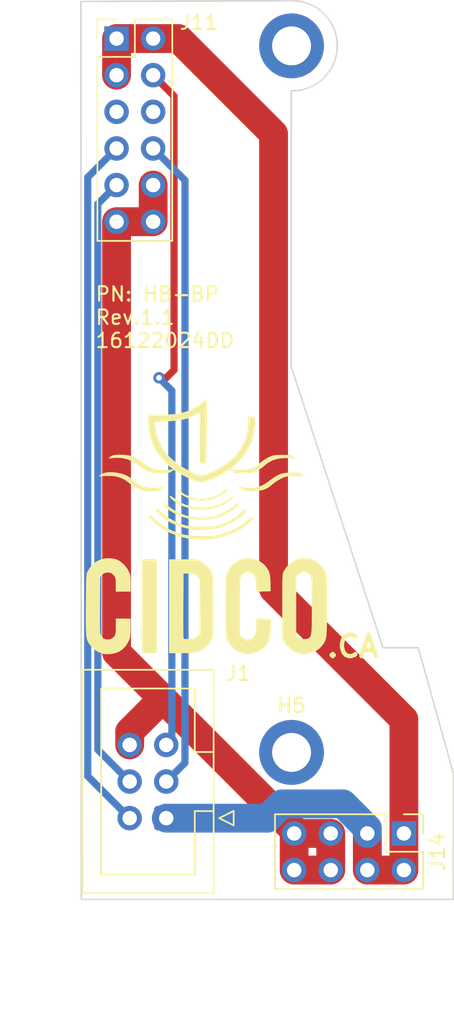
<source format=kicad_pcb>
(kicad_pcb (version 20240108) (generator "pcbnew") (generator_version "8.0")
  (layers (0 "F.Cu" signal) (31 "B.Cu" signal) (34 "B.Paste" user) (35 "F.Paste" user) (36 "B.SilkS" user "B.Silkscreen") (37 "F.SilkS" user "F.Silkscreen") (38 "B.Mask" user) (39 "F.Mask" user) (44 "Edge.Cuts" user))
  (net 0 "")
  (net 1 "GND")
  (net 4 "Green")
  (net 5 "Red")
  (net 6 "Blue")
  (net 7 "Signal")
  (net 8 "VCC")
  (footprint "cidco:logo cidco" (layer "F.Cu") (at 110.5 76.5)
    (property "Reference" "logo1" (hide yes))
    (property "Value" "LOGO" (hide yes))
    (fp_poly (pts (xy -3.6576 9.0932) (xy -4.6736 9.0932) (xy -4.6736 2.5908) (xy -3.6576 2.5908) (xy -3.6576 9.0932)) (stroke (width 0.01)) (fill solid) (layer "F.SilkS"))
    (fp_poly (pts (xy -2.589766 -1.743636) (xy -2.520202 -1.688133) (xy -2.131138 -1.411259) (xy -1.684284 -1.203647) (xy -1.197743 -1.067014) (xy -0.68962 -1.003073) (xy -0.178017 -1.013542) (xy 0.318962 -1.100134) (xy 0.783212 -1.264565) (xy 0.9652 -1.357884) (xy 1.149694 -1.473243) (xy 1.342833 -1.609605) (xy 1.406314 -1.658851) (xy 1.554696 -1.76072) (xy 1.64262 -1.788508) (xy 1.665176 -1.753201) (xy 1.617456 -1.665787) (xy 1.494553 -1.537253) (xy 1.470197 -1.515853) (xy 1.101817 -1.259726) (xy 0.66655 -1.059845) (xy 0.185582 -0.921803) (xy -0.319901 -0.851189) (xy -0.828716 -0.853594) (xy -0.979267 -0.869445) (xy -1.384167 -0.9503) (xy -1.78443 -1.081527) (xy -2.154472 -1.251757) (xy -2.468706 -1.449622) (xy -2.658466 -1.615673) (xy -2.74559 -1.730294) (xy -2.754244 -1.794511) (xy -2.697834 -1.8013) (xy -2.589766 -1.743636)) (stroke (width 0.01)) (fill solid) (layer "F.SilkS"))
    (fp_poly (pts (xy -2.163994 -2.23595) (xy -2.044681 -2.152171) (xy -1.689551 -1.904869) (xy -1.337331 -1.736325) (xy -0.952251 -1.631352) (xy -0.740935 -1.598544) (xy -0.367415 -1.595138) (xy 0.032269 -1.666059) (xy 0.426854 -1.801823) (xy 0.785076 -1.992945) (xy 0.945565 -2.110206) (xy 1.074396 -2.202976) (xy 1.164947 -2.243191) (xy 1.193412 -2.235827) (xy 1.209236 -2.185588) (xy 1.183447 -2.130208) (xy 1.103001 -2.056003) (xy 0.954851 -1.949289) (xy 0.857834 -1.88382) (xy 0.431789 -1.653982) (xy -0.019116 -1.519958) (xy -0.507222 -1.478131) (xy -0.526052 -1.478303) (xy -0.750503 -1.486483) (xy -0.961483 -1.503372) (xy -1.117802 -1.525539) (xy -1.132918 -1.528853) (xy -1.442722 -1.633623) (xy -1.762276 -1.794939) (xy -2.041939 -1.986915) (xy -2.090411 -2.028217) (xy -2.216299 -2.155852) (xy -2.268078 -2.239652) (xy -2.249419 -2.269668) (xy -2.163994 -2.23595)) (stroke (width 0.01)) (fill solid) (layer "F.SilkS"))
    (fp_poly (pts (xy -3.077662 -1.288242) (xy -2.965636 -1.20308) (xy -2.836699 -1.089538) (xy -2.590548 -0.899375) (xy -2.275737 -0.715421) (xy -1.924751 -0.553466) (xy -1.570075 -0.429301) (xy -1.380979 -0.381958) (xy -0.936998 -0.320908) (xy -0.461453 -0.30907) (xy 0.001775 -0.345814) (xy 0.321066 -0.406464) (xy 0.670861 -0.518399) (xy 1.030527 -0.674742) (xy 1.36681 -0.858611) (xy 1.646455 -1.053128) (xy 1.72092 -1.117033) (xy 1.875331 -1.250117) (xy 1.97231 -1.310614) (xy 2.02121 -1.302501) (xy 2.032 -1.249308) (xy 1.990699 -1.163107) (xy 1.879057 -1.04233) (xy 1.715461 -0.901893) (xy 1.5183 -0.756714) (xy 1.30596 -0.62171) (xy 1.160861 -0.542614) (xy 0.713353 -0.350764) (xy 0.258633 -0.22723) (xy -0.233488 -0.165389) (xy -0.605027 -0.155198) (xy -1.018403 -0.169712) (xy -1.360176 -0.210798) (xy -1.567607 -0.255901) (xy -1.985403 -0.392332) (xy -2.384625 -0.573037) (xy -2.734755 -0.782732) (xy -2.939152 -0.942931) (xy -3.095419 -1.09822) (xy -3.183342 -1.21868) (xy -3.198296 -1.295701) (xy -3.142169 -1.3208) (xy -3.077662 -1.288242)) (stroke (width 0.01)) (fill solid) (layer "F.SilkS"))
    (fp_poly (pts (xy -6.508434 -3.426224) (xy -6.188231 -3.36781) (xy -5.889063 -3.276449) (xy -5.633397 -3.15446) (xy -5.518149 -3.074081) (xy -5.211167 -2.830305) (xy -4.957335 -2.648413) (xy -4.736719 -2.519713) (xy -4.529383 -2.43551) (xy -4.315393 -2.387112) (xy -4.074816 -2.365825) (xy -3.8862 -2.3624) (xy -3.662997 -2.366606) (xy -3.463592 -2.377995) (xy -3.320864 -2.394424) (xy -3.2893 -2.401268) (xy -3.180792 -2.414542) (xy -3.15367 -2.379354) (xy -3.208124 -2.308313) (xy -3.287018 -2.249103) (xy -3.425768 -2.196273) (xy -3.637849 -2.160064) (xy -3.89629 -2.140902) (xy -4.174121 -2.139216) (xy -4.44437 -2.155432) (xy -4.680068 -2.189978) (xy -4.809212 -2.224993) (xy -4.990343 -2.307688) (xy -5.198276 -2.429162) (xy -5.361628 -2.54351) (xy -5.595103 -2.723001) (xy -5.77101 -2.851619) (xy -5.910811 -2.942337) (xy -6.035971 -3.008128) (xy -6.167955 -3.061966) (xy -6.288334 -3.103637) (xy -6.464451 -3.155404) (xy -6.631996 -3.185431) (xy -6.824934 -3.197206) (xy -7.07723 -3.194222) (xy -7.146526 -3.191841) (xy -7.68029 -3.172083) (xy -7.550203 -3.283979) (xy -7.370554 -3.380567) (xy -7.122064 -3.434923) (xy -6.827201 -3.449369) (xy -6.508434 -3.426224)) (stroke (width 0.01)) (fill solid) (layer "F.SilkS"))
    (fp_poly (pts (xy 5.992108 -3.423459) (xy 6.21543 -3.398371) (xy 6.368557 -3.354356) (xy 6.371648 -3.3528) (xy 6.484935 -3.28702) (xy 6.526114 -3.239024) (xy 6.489021 -3.206328) (xy 6.367493 -3.186444) (xy 6.155368 -3.176887) (xy 5.930846 -3.175) (xy 5.66454 -3.173564) (xy 5.473179 -3.16629) (xy 5.330114 -3.14873) (xy 5.208699 -3.116437) (xy 5.082288 -3.064962) (xy 4.9784 -3.016023) (xy 4.756731 -2.892326) (xy 4.522649 -2.735679) (xy 4.368919 -2.615125) (xy 4.139972 -2.431407) (xy 3.930733 -2.303806) (xy 3.712205 -2.221963) (xy 3.455393 -2.175522) (xy 3.131301 -2.154128) (xy 3.0734 -2.152393) (xy 2.828145 -2.150575) (xy 2.605481 -2.157366) (xy 2.434262 -2.171427) (xy 2.358068 -2.185596) (xy 2.212216 -2.256166) (xy 2.104068 -2.344008) (xy 2.03978 -2.421117) (xy 2.049719 -2.439905) (xy 2.1336 -2.420079) (xy 2.429619 -2.36757) (xy 2.769116 -2.3497) (xy 3.09948 -2.368107) (xy 3.218941 -2.386306) (xy 3.419301 -2.435569) (xy 3.614139 -2.511362) (xy 3.823233 -2.624408) (xy 4.066361 -2.785427) (xy 4.363301 -3.005139) (xy 4.369969 -3.01024) (xy 4.585562 -3.155347) (xy 4.81363 -3.277156) (xy 4.971749 -3.339859) (xy 5.188412 -3.38782) (xy 5.449855 -3.417918) (xy 5.727335 -3.429886) (xy 5.992108 -3.423459)) (stroke (width 0.01)) (fill solid) (layer "F.SilkS"))
    (fp_poly (pts (xy -4.071452 -0.445199) (xy -3.983168 -0.385336) (xy -3.847518 -0.268458) (xy -3.734498 -0.164655) (xy -3.350045 0.159658) (xy -2.960493 0.415117) (xy -2.524933 0.627949) (xy -2.448863 0.659545) (xy -2.104749 0.787467) (xy -1.778372 0.879531) (xy -1.442291 0.940294) (xy -1.069066 0.974312) (xy -0.631257 0.986141) (xy -0.4826 0.98604) (xy -0.151522 0.982107) (xy 0.104793 0.972675) (xy 0.313145 0.954949) (xy 0.500336 0.926133) (xy 0.693166 0.883431) (xy 0.823466 0.849782) (xy 1.349212 0.674218) (xy 1.847456 0.44009) (xy 2.292617 0.160951) (xy 2.598722 -0.090726) (xy 2.792186 -0.261862) (xy 2.928205 -0.354486) (xy 3.011365 -0.37055) (xy 3.046255 -0.312005) (xy 3.048 -0.281874) (xy 3.009397 -0.206625) (xy 2.905545 -0.088876) (xy 2.754375 0.055534) (xy 2.573817 0.210768) (xy 2.381803 0.360985) (xy 2.196265 0.490348) (xy 2.121643 0.536378) (xy 1.555472 0.814206) (xy 0.932898 1.023191) (xy 0.275156 1.160023) (xy -0.396517 1.221394) (xy -1.060886 1.203994) (xy -1.6256 1.120265) (xy -2.292684 0.935614) (xy -2.898365 0.679579) (xy -3.436084 0.355459) (xy -3.877894 -0.012421) (xy -4.041423 -0.176097) (xy -4.139165 -0.287384) (xy -4.181415 -0.361232) (xy -4.178467 -0.412587) (xy -4.166203 -0.431075) (xy -4.127441 -0.457345) (xy -4.071452 -0.445199)) (stroke (width 0.01)) (fill solid) (layer "F.SilkS"))
    (fp_poly (pts (xy -3.623706 -0.89718) (xy -3.507933 -0.819976) (xy -3.334406 -0.670537) (xy -3.269024 -0.610077) (xy -2.917166 -0.330415) (xy -2.495575 -0.089634) (xy -2.475151 -0.079718) (xy -2.16444 0.064065) (xy -1.896482 0.17021) (xy -1.645229 0.244094) (xy -1.384632 0.29109) (xy -1.088643 0.316574) (xy -0.731215 0.325919) (xy -0.508 0.326167) (xy -0.192649 0.323929) (xy 0.044579 0.318292) (xy 0.227159 0.306296) (xy 0.378564 0.284982) (xy 0.522271 0.251391) (xy 0.681755 0.202563) (xy 0.80787 0.160276) (xy 1.320268 -0.046983) (xy 1.761137 -0.300235) (xy 2.155614 -0.614204) (xy 2.198342 -0.65411) (xy 2.361133 -0.799833) (xy 2.46958 -0.874522) (xy 2.534529 -0.885068) (xy 2.547779 -0.876141) (xy 2.560354 -0.798318) (xy 2.496725 -0.681845) (xy 2.369296 -0.53778) (xy 2.190474 -0.377179) (xy 1.972665 -0.211098) (xy 1.728275 -0.050596) (xy 1.469709 0.093273) (xy 1.4478 0.104219) (xy 1.013271 0.292918) (xy 0.5799 0.422628) (xy 0.115626 0.500794) (xy -0.4064 0.534723) (xy -0.661941 0.539275) (xy -0.890431 0.539475) (xy -1.067182 0.535555) (xy -1.167505 0.527747) (xy -1.1684 0.527583) (xy -1.694511 0.414008) (xy -2.140308 0.282256) (xy -2.526513 0.12484) (xy -2.873847 -0.065727) (xy -2.954569 -0.117787) (xy -3.131093 -0.246507) (xy -3.311271 -0.397024) (xy -3.476861 -0.551639) (xy -3.609623 -0.692651) (xy -3.691317 -0.802362) (xy -3.7084 -0.849259) (xy -3.688327 -0.905743) (xy -3.623706 -0.89718)) (stroke (width 0.01)) (fill solid) (layer "F.SilkS"))
    (fp_poly (pts (xy -0.545585 2.754342) (xy -0.262685 2.948152) (xy -0.018649 3.197519) (xy 0.161009 3.474175) (xy 0.211721 3.593374) (xy 0.229717 3.668032) (xy 0.244485 3.786284) (xy 0.256277 3.956491) (xy 0.265345 4.187012) (xy 0.271938 4.486205) (xy 0.276311 4.862429) (xy 0.278713 5.324045) (xy 0.2794 5.842) (xy 0.2794 7.8994) (xy 0.139081 8.185126) (xy 0.019982 8.381955) (xy -0.137818 8.585658) (xy -0.248347 8.701996) (xy -0.396245 8.828706) (xy -0.54511 8.925331) (xy -0.711491 8.995756) (xy -0.911936 9.043868) (xy -1.162991 9.073553) (xy -1.481206 9.088696) (xy -1.883128 9.093184) (xy -1.914221 9.0932) (xy -2.794 9.0932) (xy -2.794 6.692699) (xy -1.819742 6.692699) (xy -1.819397 7.087277) (xy -1.817877 7.430081) (xy -1.815245 7.710366) (xy -1.811561 7.917386) (xy -1.80689 8.040397) (xy -1.803429 8.070025) (xy -1.761344 8.106408) (xy -1.659379 8.123521) (xy -1.4802 8.123486) (xy -1.396464 8.119838) (xy -1.194874 8.105992) (xy -1.062538 8.082117) (xy -0.96711 8.037291) (xy -0.876249 7.960591) (xy -0.85089 7.935587) (xy -0.6858 7.770551) (xy -0.671342 5.901996) (xy -0.656884 4.033442) (xy -0.7748 3.858221) (xy -0.947702 3.690389) (xy -1.190809 3.591573) (xy -1.497532 3.564258) (xy -1.547648 3.566424) (xy -1.8034 3.5814) (xy -1.816655 5.7912) (xy -1.818849 6.257091) (xy -1.819742 6.692699) (xy -2.794 6.692699) (xy -2.794 2.5908) (xy -0.852422 2.5908) (xy -0.545585 2.754342)) (stroke (width 0.01)) (fill solid) (layer "F.SilkS"))
    (fp_poly (pts (xy 3.114694 2.565734) (xy 3.458793 2.706545) (xy 3.7595 2.926293) (xy 3.836579 3.005194) (xy 4.004168 3.212971) (xy 4.11969 3.418833) (xy 4.191659 3.648947) (xy 4.228588 3.929482) (xy 4.238876 4.2418) (xy 4.2418 4.8006) (xy 3.752636 4.815065) (xy 3.263473 4.829531) (xy 3.242315 4.345782) (xy 3.218251 4.047518) (xy 3.170389 3.832229) (xy 3.089887 3.682392) (xy 2.967897 3.580489) (xy 2.824574 3.518335) (xy 2.600056 3.492415) (xy 2.391145 3.559343) (xy 2.22155 3.710688) (xy 2.201051 3.740022) (xy 2.177393 3.782197) (xy 2.158111 3.836097) (xy 2.142762 3.911805) (xy 2.130902 4.019403) (xy 2.12209 4.168974) (xy 2.115879 4.3706) (xy 2.111829 4.634363) (xy 2.109495 4.970346) (xy 2.108433 5.38863) (xy 2.1082 5.851488) (xy 2.1082 7.821246) (xy 2.274276 7.987323) (xy 2.404996 8.097637) (xy 2.534197 8.145208) (xy 2.663884 8.1534) (xy 2.874607 8.122318) (xy 3.034634 8.024616) (xy 3.14778 7.853607) (xy 3.217861 7.602608) (xy 3.248692 7.264931) (xy 3.250916 7.1247) (xy 3.2512 6.7056) (xy 4.280685 6.7056) (xy 4.256436 7.3533) (xy 4.231677 7.738332) (xy 4.185139 8.042832) (xy 4.109915 8.286775) (xy 3.999098 8.490133) (xy 3.845781 8.672881) (xy 3.777306 8.738899) (xy 3.455339 8.969779) (xy 3.090799 9.116592) (xy 2.703569 9.173741) (xy 2.344255 9.142291) (xy 2.006401 9.022908) (xy 1.6976 8.817589) (xy 1.435976 8.541408) (xy 1.249967 8.23218) (xy 1.223929 8.172608) (xy 1.202496 8.110368) (xy 1.185222 8.035463) (xy 1.171657 7.937891) (xy 1.161355 7.807654) (xy 1.153868 7.634751) (xy 1.148749 7.409184) (xy 1.145551 7.120952) (xy 1.143825 6.760055) (xy 1.143124 6.316495) (xy 1.143 5.842) (xy 1.143152 5.316342) (xy 1.143911 4.882272) (xy 1.145732 4.529778) (xy 1.149069 4.248848) (xy 1.154375 4.029469) (xy 1.162105 3.861629) (xy 1.172712 3.735316) (xy 1.186652 3.640519) (xy 1.204378 3.567224) (xy 1.226344 3.50542) (xy 1.251576 3.448181) (xy 1.459462 3.113923) (xy 1.74112 2.834454) (xy 2.023844 2.655812) (xy 2.377039 2.536478) (xy 2.747383 2.507748) (xy 3.114694 2.565734)) (stroke (width 0.01)) (fill solid) (layer "F.SilkS"))
    (fp_poly (pts (xy -6.82227 2.526856) (xy -6.62014 2.552596) (xy -6.488975 2.583703) (xy -6.200961 2.730773) (xy -5.934263 2.954901) (xy -5.715512 3.231683) (xy -5.644378 3.357686) (xy -5.575097 3.502796) (xy -5.52969 3.625248) (xy -5.503145 3.753348) (xy -5.490449 3.915404) (xy -5.486592 4.139721) (xy -5.4864 4.249913) (xy -5.4864 4.826) (xy -6.5024 4.826) (xy -6.5024 4.345167) (xy -6.50404 4.118928) (xy -6.5132 3.967633) (xy -6.536244 3.864631) (xy -6.579533 3.783274) (xy -6.649429 3.69691) (xy -6.660063 3.684767) (xy -6.774106 3.5709) (xy -6.882431 3.518683) (xy -7.035505 3.505284) (xy -7.056959 3.5052) (xy -7.224569 3.517678) (xy -7.342687 3.568599) (xy -7.445396 3.660884) (xy -7.5946 3.816569) (xy -7.608078 5.781784) (xy -7.611298 6.281632) (xy -7.613151 6.69012) (xy -7.61322 7.017484) (xy -7.611091 7.273961) (xy -7.606346 7.469786) (xy -7.59857 7.615195) (xy -7.587347 7.720424) (xy -7.57226 7.795709) (xy -7.552894 7.851286) (xy -7.528833 7.897392) (xy -7.521608 7.909332) (xy -7.371361 8.06713) (xy -7.178421 8.148592) (xy -6.967982 8.152977) (xy -6.765238 8.079539) (xy -6.602279 7.936472) (xy -6.556841 7.86481) (xy -6.527415 7.773681) (xy -6.510738 7.640892) (xy -6.503543 7.444248) (xy -6.5024 7.257549) (xy -6.5024 6.7056) (xy -5.4864 6.7056) (xy -5.486897 7.3533) (xy -5.489134 7.633197) (xy -5.497507 7.835909) (xy -5.515255 7.98581) (xy -5.545618 8.107275) (xy -5.591838 8.224675) (xy -5.607215 8.258322) (xy -5.804118 8.59103) (xy -6.051737 8.843055) (xy -6.310278 9.003309) (xy -6.594075 9.106311) (xy -6.909334 9.163088) (xy -7.213165 9.168073) (xy -7.37949 9.142094) (xy -7.725987 9.012338) (xy -8.029496 8.801321) (xy -8.189181 8.641975) (xy -8.281505 8.53704) (xy -8.358447 8.439028) (xy -8.421335 8.33793) (xy -8.471496 8.223737) (xy -8.510258 8.086438) (xy -8.53895 7.916026) (xy -8.558897 7.70249) (xy -8.571429 7.435821) (xy -8.577873 7.106011) (xy -8.579556 6.703049) (xy -8.577805 6.216927) (xy -8.574646 5.73591) (xy -8.570845 5.217905) (xy -8.567077 4.791361) (xy -8.562787 4.446142) (xy -8.557421 4.172111) (xy -8.550424 3.959132) (xy -8.541241 3.797067) (xy -8.529318 3.675781) (xy -8.514101 3.585136) (xy -8.495034 3.514995) (xy -8.471563 3.455223) (xy -8.447048 3.4036) (xy -8.229272 3.069449) (xy -7.946739 2.807023) (xy -7.612041 2.624233) (xy -7.237769 2.528994) (xy -7.0358 2.516682) (xy -6.82227 2.526856)) (stroke (width 0.01)) (fill solid) (layer "F.SilkS"))
    (fp_poly (pts (xy 6.836893 2.520919) (xy 7.005153 2.540397) (xy 7.145475 2.58165) (xy 7.293023 2.651066) (xy 7.591002 2.857483) (xy 7.851442 3.133464) (xy 8.044396 3.447258) (xy 8.044823 3.448181) (xy 8.071533 3.509062) (xy 8.093463 3.571928) (xy 8.111083 3.646938) (xy 8.124865 3.744251) (xy 8.135279 3.874023) (xy 8.142795 4.046415) (xy 8.147886 4.271583) (xy 8.15102 4.559687) (xy 8.15267 4.920884) (xy 8.153305 5.365332) (xy 8.1534 5.7912) (xy 8.153136 6.334825) (xy 8.151662 6.787158) (xy 8.147949 7.158508) (xy 8.140973 7.459182) (xy 8.129706 7.699489) (xy 8.113122 7.889736) (xy 8.090195 8.040231) (xy 8.059897 8.161284) (xy 8.021203 8.2632) (xy 7.973086 8.35629) (xy 7.91452 8.45086) (xy 7.883903 8.497522) (xy 7.653471 8.758885) (xy 7.356013 8.963541) (xy 7.014232 9.102441) (xy 6.650831 9.166535) (xy 6.288512 9.146777) (xy 6.265862 9.142439) (xy 5.911863 9.02098) (xy 5.594074 8.810829) (xy 5.325415 8.52219) (xy 5.174286 8.2804) (xy 5.0546 8.0518) (xy 5.0546 5.842) (xy 5.054882 5.305531) (xy 5.055974 4.861004) (xy 5.05824 4.49876) (xy 5.062046 4.209144) (xy 5.067759 3.982497) (xy 5.075327 3.818185) (xy 6.0198 3.818185) (xy 6.0198 7.831534) (xy 6.185701 7.979767) (xy 6.376529 8.091725) (xy 6.597654 8.133259) (xy 6.809957 8.098809) (xy 6.860813 8.075694) (xy 6.921915 8.039243) (xy 6.972225 7.995066) (xy 7.012788 7.933598) (xy 7.044652 7.845276) (xy 7.068863 7.720537) (xy 7.086466 7.549817) (xy 7.098508 7.323553) (xy 7.106035 7.03218) (xy 7.110094 6.666135) (xy 7.111731 6.215854) (xy 7.112 5.779626) (xy 7.111909 5.261409) (xy 7.110696 4.835128) (xy 7.106942 4.491122) (xy 7.099234 4.219727) (xy 7.086155 4.011281) (xy 7.066289 3.85612) (xy 7.038222 3.744582) (xy 7.000537 3.667005) (xy 6.951819 3.613724) (xy 6.890651 3.575078) (xy 6.81562 3.541404) (xy 6.782044 3.527428) (xy 6.566845 3.489239) (xy 6.348471 3.540575) (xy 6.155237 3.674365) (xy 6.143027 3.687015) (xy 6.0198 3.818185) (xy 5.075327 3.818185) (xy 5.075743 3.809161) (xy 5.086364 3.679479) (xy 5.099989 3.583794) (xy 5.116982 3.512448) (xy 5.137709 3.455784) (xy 5.145614 3.438271) (xy 5.297589 3.195197) (xy 5.513241 2.953715) (xy 5.759791 2.747338) (xy 5.91616 2.650466) (xy 6.064595 2.580814) (xy 6.205081 2.539964) (xy 6.374251 2.520754) (xy 6.604 2.516025) (xy 6.836893 2.520919)) (stroke (width 0.01)) (fill solid) (layer "F.SilkS"))
    (fp_poly (pts (xy -0.198914 -8.434948) (xy -0.194779 -8.29734) (xy -0.191849 -8.083465) (xy -0.190049 -7.805984) (xy -0.189309 -7.477561) (xy -0.189554 -7.110856) (xy -0.190711 -6.718531) (xy -0.192709 -6.313249) (xy -0.195474 -5.907672) (xy -0.198933 -5.514461) (xy -0.203014 -5.146279) (xy -0.207643 -4.815787) (xy -0.212749 -4.535647) (xy -0.218257 -4.318521) (xy -0.224095 -4.177072) (xy -0.229396 -4.125396) (xy -0.296806 -4.080731) (xy -0.4469 -4.071311) (xy -0.456414 -4.071828) (xy -0.6604 -4.083864) (xy -0.6604 -5.826532) (xy -0.660933 -6.235836) (xy -0.662447 -6.610951) (xy -0.664816 -6.940263) (xy -0.667912 -7.212162) (xy -0.67161 -7.415036) (xy -0.675783 -7.537272) (xy -0.679402 -7.5692) (xy -0.730744 -7.546567) (xy -0.841153 -7.488703) (xy -0.923262 -7.443525) (xy -1.228585 -7.291621) (xy -1.546453 -7.174639) (xy -1.896904 -7.088046) (xy -2.299975 -7.027313) (xy -2.775704 -6.987906) (xy -2.9845 -6.977372) (xy -3.7592 -6.943853) (xy -3.7592 -6.683) (xy -3.723333 -6.327275) (xy -3.622465 -5.931759) (xy -3.466697 -5.525086) (xy -3.266131 -5.135892) (xy -3.148301 -4.951112) (xy -2.850863 -4.587452) (xy -2.471433 -4.232797) (xy -2.029464 -3.901734) (xy -1.54441 -3.608853) (xy -1.040905 -3.370847) (xy -0.845418 -3.293837) (xy -0.68842 -3.245457) (xy -0.54838 -3.228269) (xy -0.403768 -3.244836) (xy -0.233054 -3.29772) (xy -0.014706 -3.389483) (xy 0.272806 -3.522688) (xy 0.285628 -3.528716) (xy 0.899269 -3.861645) (xy 1.425282 -4.241586) (xy 1.862597 -4.667193) (xy 2.21014 -5.137123) (xy 2.466838 -5.650028) (xy 2.631619 -6.204564) (xy 2.683783 -6.536738) (xy 2.702191 -6.757296) (xy 2.709745 -6.965399) (xy 2.705 -7.11872) (xy 2.704 -7.127725) (xy 2.680578 -7.32125) (xy 3.175 -7.2898) (xy 3.167267 -6.844709) (xy 3.107299 -6.221485) (xy 2.951202 -5.627664) (xy 2.701534 -5.068491) (xy 2.360853 -4.549209) (xy 1.931717 -4.075062) (xy 1.72711 -3.891814) (xy 1.602657 -3.782588) (xy 1.519809 -3.701484) (xy 1.496949 -3.667718) (xy 1.573264 -3.639537) (xy 1.722686 -3.616717) (xy 1.916785 -3.600983) (xy 2.127133 -3.594061) (xy 2.325303 -3.597677) (xy 2.456886 -3.609446) (xy 2.828101 -3.690386) (xy 3.146546 -3.828818) (xy 3.451376 -4.042625) (xy 3.505319 -4.088325) (xy 3.707649 -4.243522) (xy 3.944071 -4.396357) (xy 4.1148 -4.489223) (xy 4.260306 -4.55656) (xy 4.382433 -4.601608) (xy 4.507877 -4.62883) (xy 4.663339 -4.642687) (xy 4.875515 -4.647641) (xy 5.066077 -4.6482) (xy 5.326835 -4.647409) (xy 5.506659 -4.642453) (xy 5.626214 -4.62946) (xy 5.706165 -4.604556) (xy 5.767177 -4.563867) (xy 5.828077 -4.505387) (xy 5.969 -4.362573) (xy 5.8166 -4.403787) (xy 5.694483 -4.422308) (xy 5.50648 -4.434667) (xy 5.288222 -4.43876) (xy 5.2324 -4.438235) (xy 4.782655 -4.396914) (xy 4.389573 -4.282236) (xy 4.031293 -4.085319) (xy 3.7084 -3.818908) (xy 3.597285 -3.734659) (xy 3.430153 -3.632256) (xy 3.2512 -3.537908) (xy 3.102028 -3.468747) (xy 2.977065 -3.423073) (xy 2.848311 -3.396038) (xy 2.687766 -3.382797) (xy 2.467429 -3.378505) (xy 2.328356 -3.3782) (xy 2.068296 -3.379991) (xy 1.887558 -3.387632) (xy 1.763895 -3.404525) (xy 1.67506 -3.434075) (xy 1.598802 -3.479684) (xy 1.581113 -3.4925) (xy 1.466487 -3.571866) (xy 1.383587 -3.597412) (xy 1.294349 -3.567875) (xy 1.16071 -3.48199) (xy 1.155373 -3.478364) (xy 0.963767 -3.361348) (xy 0.710342 -3.224548) (xy 0.428248 -3.084279) (xy 0.150639 -2.956853) (xy -0.089334 -2.858585) (xy -0.144096 -2.838919) (xy -0.433425 -2.764152) (xy -0.692824 -2.759916) (xy -0.965141 -2.827488) (xy -1.0668 -2.86644) (xy -1.615139 -3.117657) (xy -2.168151 -3.421058) (xy -2.195499 -3.437439) (xy -2.485997 -3.612211) (xy -2.636397 -3.501015) (xy -2.731909 -3.444458) (xy -2.852327 -3.40655) (xy -3.023295 -3.381751) (xy -3.267455 -3.364678) (xy -3.684692 -3.366168) (xy -4.040252 -3.424243) (xy -4.36203 -3.547545) (xy -4.677924 -3.744711) (xy -4.8006 -3.839487) (xy -5.228513 -4.138324) (xy -5.653113 -4.3385) (xy -6.081816 -4.442385) (xy -6.522035 -4.45235) (xy -6.666697 -4.436068) (xy -6.842475 -4.41245) (xy -6.936138 -4.40771) (xy -6.96592 -4.424863) (xy -6.95006 -4.466921) (xy -6.941251 -4.481438) (xy -6.825524 -4.575787) (xy -6.619473 -4.63749) (xy -6.329395 -4.66532) (xy -6.0198 -4.661338) (xy -5.650357 -4.623408) (xy -5.334496 -4.542347) (xy -5.039747 -4.405419) (xy -4.733636 -4.199887) (xy -4.622848 -4.113437) (xy -4.418812 -3.962823) (xy -4.204733 -3.825918) (xy -4.017048 -3.725407) (xy -3.962448 -3.702307) (xy -3.70743 -3.635029) (xy -3.397048 -3.595906) (xy -3.074316 -3.587704) (xy -2.782247 -3.613187) (xy -2.729123 -3.623017) (xy -2.537245 -3.662721) (xy -2.837831 -3.913885) (xy -3.184143 -4.250824) (xy -3.505822 -4.653653) (xy -3.783382 -5.093099) (xy -3.997337 -5.539891) (xy -4.082484 -5.783664) (xy -4.149464 -6.057793) (xy -4.203068 -6.369947) (xy -4.239292 -6.685753) (xy -4.254134 -6.970838) (xy -4.245061 -7.179699) (xy -4.212263 -7.4422) (xy -3.338032 -7.445876) (xy -2.878949 -7.453671) (xy -2.500714 -7.474676) (xy -2.183109 -7.511704) (xy -1.905916 -7.567569) (xy -1.648916 -7.645085) (xy -1.499543 -7.70172) (xy -1.192699 -7.844476) (xy -0.865496 -8.027136) (xy -0.56289 -8.223413) (xy -0.407526 -8.340265) (xy -0.295599 -8.426696) (xy -0.219062 -8.477749) (xy -0.204326 -8.483627) (xy -0.198914 -8.434948)) (stroke (width 0.01)) (fill solid) (layer "F.SilkS"))
  )
  (footprint "Connector_PinHeader_2.54mm:PinHeader_2x04_P2.54mm_Vertical" (layer "F.Cu") (at 124 98.1 -90)
    (property "Reference" "J14" (at 1.27 -2.33 90) (layer "F.SilkS"))
    (property "Value" "Conn_02x04_Counter_Clockwise")
    (fp_line (start -1.33 8.95) (end 3.87 8.95) (stroke (width 0.12)) (layer "F.SilkS"))
    (fp_line (start -1.33 1.27) (end -1.33 8.95) (stroke (width 0.12)) (layer "F.SilkS"))
    (fp_line (start -1.33 1.27) (end 1.27 1.27) (stroke (width 0.12)) (layer "F.SilkS"))
    (fp_line (start 1.27 1.27) (end 1.27 -1.33) (stroke (width 0.12)) (layer "F.SilkS"))
    (fp_line (start -1.33 0) (end -1.33 -1.33) (stroke (width 0.12)) (layer "F.SilkS"))
    (fp_line (start -1.33 -1.33) (end 0 -1.33) (stroke (width 0.12)) (layer "F.SilkS"))
    (fp_line (start 1.27 -1.33) (end 3.87 -1.33) (stroke (width 0.12)) (layer "F.SilkS"))
    (fp_line (start 3.87 -1.33) (end 3.87 8.95) (stroke (width 0.12)) (layer "F.SilkS"))
    (pad "1" thru_hole rect (at 0 0 270) (size 1.7 1.7) (drill 1) (layers "*.Cu" "*.Mask") (net 8 "VCC"))
    (pad "2" thru_hole oval (at 2.54 0 270) (size 1.7 1.7) (drill 1) (layers "*.Cu" "*.Mask") (net 8 "VCC"))
    (pad "3" thru_hole oval (at 0 2.54 270) (size 1.7 1.7) (drill 1) (layers "*.Cu" "*.Mask") (net 8 "VCC"))
    (pad "4" thru_hole oval (at 2.54 2.54 270) (size 1.7 1.7) (drill 1) (layers "*.Cu" "*.Mask") (net 8 "VCC"))
    (pad "5" thru_hole oval (at 0 5.08 270) (size 1.7 1.7) (drill 1) (layers "*.Cu" "*.Mask") (net 1 "GND"))
    (pad "6" thru_hole oval (at 2.54 5.08 270) (size 1.7 1.7) (drill 1) (layers "*.Cu" "*.Mask") (net 1 "GND"))
    (pad "7" thru_hole oval (at 0 7.62 270) (size 1.7 1.7) (drill 1) (layers "*.Cu" "*.Mask") (net 1 "GND"))
    (pad "8" thru_hole oval (at 2.54 7.62 270) (size 1.7 1.7) (drill 1) (layers "*.Cu" "*.Mask") (net 1 "GND"))
  )
  (footprint "Connector_PinHeader_2.54mm:PinHeader_2x06_P2.54mm_Vertical" (layer "F.Cu") (at 104.05 42.975)
    (property "Reference" "J11" (at 5.725 -1.125 0) (layer "F.SilkS"))
    (property "Value" "Conn_02x05_Top_Bottom")
    (fp_line (start -1.33 -1.33) (end 0 -1.33) (stroke (width 0.12)) (layer "F.SilkS"))
    (fp_line (start -1.33 0) (end -1.33 -1.33) (stroke (width 0.12)) (layer "F.SilkS"))
    (fp_line (start -1.33 1.27) (end -1.33 14.03) (stroke (width 0.12)) (layer "F.SilkS"))
    (fp_line (start -1.33 1.27) (end 1.27 1.27) (stroke (width 0.12)) (layer "F.SilkS"))
    (fp_line (start -1.33 14.03) (end 3.87 14.03) (stroke (width 0.12)) (layer "F.SilkS"))
    (fp_line (start 1.27 -1.33) (end 3.87 -1.33) (stroke (width 0.12)) (layer "F.SilkS"))
    (fp_line (start 1.27 1.27) (end 1.27 -1.33) (stroke (width 0.12)) (layer "F.SilkS"))
    (fp_line (start 3.87 -1.33) (end 3.87 14.03) (stroke (width 0.12)) (layer "F.SilkS"))
    (pad "1" thru_hole rect (at 0 0) (size 1.7 1.7) (drill 1) (layers "*.Cu" "*.Mask") (net 8 "VCC"))
    (pad "2" thru_hole oval (at 2.54 0) (size 1.7 1.7) (drill 1) (layers "*.Cu" "*.Mask") (net 8 "VCC"))
    (pad "3" thru_hole oval (at 0 2.54) (size 1.7 1.7) (drill 1) (layers "*.Cu" "*.Mask") (net 8 "VCC"))
    (pad "4" thru_hole oval (at 2.54 2.54) (size 1.7 1.7) (drill 1) (layers "*.Cu" "*.Mask") (net 7 "Signal"))
    (pad "5" thru_hole oval (at 0 5.08) (size 1.7 1.7) (drill 1) (layers "*.Cu" "*.Mask"))
    (pad "6" thru_hole oval (at 2.54 5.08) (size 1.7 1.7) (drill 1) (layers "*.Cu" "*.Mask"))
    (pad "7" thru_hole oval (at 0 7.62) (size 1.7 1.7) (drill 1) (layers "*.Cu" "*.Mask") (net 5 "Red"))
    (pad "8" thru_hole oval (at 2.54 7.62) (size 1.7 1.7) (drill 1) (layers "*.Cu" "*.Mask") (net 4 "Green"))
    (pad "9" thru_hole oval (at 0 10.16) (size 1.7 1.7) (drill 1) (layers "*.Cu" "*.Mask") (net 6 "Blue"))
    (pad "10" thru_hole oval (at 2.54 10.16) (size 1.7 1.7) (drill 1) (layers "*.Cu" "*.Mask") (net 1 "GND"))
    (pad "11" thru_hole oval (at 0 12.7) (size 1.7 1.7) (drill 1) (layers "*.Cu" "*.Mask") (net 1 "GND"))
    (pad "12" thru_hole oval (at 2.54 12.7) (size 1.7 1.7) (drill 1) (layers "*.Cu" "*.Mask") (net 1 "GND"))
  )
  (footprint "MountingHole:MountingHole_2.7mm_M2.5_ISO7380_Pad" (layer "F.Cu") (at 116.2 92.48)
    (property "Reference" "H5" (at 0 -3.25 0) (layer "F.SilkS"))
    (property "Value" "MountingHole")
    (pad "1" thru_hole circle (at 0 0) (size 4.5 4.5) (drill 2.7) (layers "*.Cu" "*.Mask"))
  )
  (footprint "Connector_IDC:IDC-Header_2x03_P2.54mm_Vertical" (layer "F.Cu") (at 107.5 97.04 180)
    (property "Reference" "J1" (at -5 10.04 360) (layer "F.SilkS"))
    (property "Value" "Conn_02x03_Top_Bottom")
    (fp_line (start 5.83 10.29) (end -3.29 10.29) (stroke (width 0.12)) (layer "F.SilkS"))
    (fp_line (start 5.83 -5.21) (end 5.83 10.29) (stroke (width 0.12)) (layer "F.SilkS"))
    (fp_line (start 4.52 8.99) (end -1.98 8.99) (stroke (width 0.12)) (layer "F.SilkS"))
    (fp_line (start 4.52 -3.91) (end 4.52 8.99) (stroke (width 0.12)) (layer "F.SilkS"))
    (fp_line (start -1.98 8.99) (end -1.98 4.59) (stroke (width 0.12)) (layer "F.SilkS"))
    (fp_line (start -1.98 4.59) (end -1.98 4.59) (stroke (width 0.12)) (layer "F.SilkS"))
    (fp_line (start -1.98 4.59) (end -3.29 4.59) (stroke (width 0.12)) (layer "F.SilkS"))
    (fp_line (start -1.98 0.49) (end -1.98 -3.91) (stroke (width 0.12)) (layer "F.SilkS"))
    (fp_line (start -1.98 -3.91) (end 4.52 -3.91) (stroke (width 0.12)) (layer "F.SilkS"))
    (fp_line (start -3.29 10.29) (end -3.29 -5.21) (stroke (width 0.12)) (layer "F.SilkS"))
    (fp_line (start -3.29 0.49) (end -1.98 0.49) (stroke (width 0.12)) (layer "F.SilkS"))
    (fp_line (start -3.29 -5.21) (end 5.83 -5.21) (stroke (width 0.12)) (layer "F.SilkS"))
    (fp_line (start -3.68 0) (end -4.68 -0.5) (stroke (width 0.12)) (layer "F.SilkS"))
    (fp_line (start -4.68 0.5) (end -3.68 0) (stroke (width 0.12)) (layer "F.SilkS"))
    (fp_line (start -4.68 -0.5) (end -4.68 0.5) (stroke (width 0.12)) (layer "F.SilkS"))
    (pad "1" thru_hole roundrect (at 0 0 180) (size 1.7 1.7) (drill 1) (layers "*.Cu" "*.Mask") (roundrect_rratio 0.147059) (net 8 "VCC"))
    (pad "2" thru_hole circle (at 2.54 0 180) (size 1.7 1.7) (drill 1) (layers "*.Cu" "*.Mask") (net 5 "Red"))
    (pad "3" thru_hole circle (at 0 2.54 180) (size 1.7 1.7) (drill 1) (layers "*.Cu" "*.Mask") (net 4 "Green"))
    (pad "4" thru_hole circle (at 2.54 2.54 180) (size 1.7 1.7) (drill 1) (layers "*.Cu" "*.Mask") (net 6 "Blue"))
    (pad "5" thru_hole circle (at 0 5.08 180) (size 1.7 1.7) (drill 1) (layers "*.Cu" "*.Mask") (net 7 "Signal"))
    (pad "6" thru_hole circle (at 2.54 5.08 180) (size 1.7 1.7) (drill 1) (layers "*.Cu" "*.Mask") (net 1 "GND"))
  )
  (footprint "MountingHole:MountingHole_2.7mm_M2.5_ISO7380_Pad" (layer "F.Cu") (at 116.2 43.48)
    (property "Reference" "H1" (hide yes))
    (property "Value" "MountingHole")
    (pad "1" thru_hole circle (at 0 0) (size 4.5 4.5) (drill 2.7) (layers "*.Cu" "*.Mask"))
  )
  (gr_line (start 116.174415 46.599185) (end 116.175 65.725) (stroke (width 0.1)) (layer "Edge.Cuts"))
  (gr_arc (start 116.25 40.349901) (mid 118.4686 41.274078) (end 119.374999 43.5) (stroke (width 0.1)) (layer "Edge.Cuts"))
  (gr_line (start 122.55 85.225) (end 125 85.225) (stroke (width 0.1)) (layer "Edge.Cuts"))
  (gr_line (start 101.6 102.675) (end 101.575 40.4) (stroke (width 0.1)) (layer "Edge.Cuts"))
  (gr_line (start 101.575 40.4) (end 116.25 40.349901) (stroke (width 0.1)) (layer "Edge.Cuts"))
  (gr_line (start 127.4375 93.95) (end 127.425 102.675) (stroke (width 0.1)) (layer "Edge.Cuts"))
  (gr_line (start 116.175 65.725) (end 122.55 85.225) (stroke (width 0.1)) (layer "Edge.Cuts"))
  (gr_line (start 125 85.225) (end 127.4375 93.95) (stroke (width 0.1)) (layer "Edge.Cuts"))
  (gr_arc (start 119.374999 43.5) (mid 118.423929 45.720056) (end 116.174415 46.599185) (stroke (width 0.1)) (layer "Edge.Cuts"))
  (gr_line (start 127.425 102.675) (end 101.6 102.675) (stroke (width 0.1)) (layer "Edge.Cuts"))
  (gr_text "PN: HB-BP\nRev.1.1\n16122024DD" (at 102.5 64.5 0) (layer "F.SilkS") (effects (font (size 1 1)) (justify left bottom)))
  (gr_text ".CA" (at 118.5 86 0) (layer "F.SilkS") (effects (font (size 1.5 1.5) (thickness 0.3) (bold yes)) (justify left bottom)))
  (segment (start 118.92 100.64) (end 116.38 100.64) (width 2) (layer "F.Cu") (net 1))
  (segment (start 116.38 98.1) (end 116.38 100.64) (width 2) (layer "F.Cu") (net 1))
  (segment (start 116.38 98.1) (end 118.92 98.1) (width 2) (layer "F.Cu") (net 1))
  (segment (start 118.92 98.1) (end 118.92 100.64) (width 2) (layer "F.Cu") (net 1))
  (segment (start 104.96 91.96) (end 104.96 91.04) (width 2) (layer "F.Cu") (net 1))
  (segment (start 116.38 97.88) (end 107.25 88.75) (width 2) (layer "F.Cu") (net 1))
  (segment (start 106.59 55.675) (end 106.59 53.135) (width 2) (layer "F.Cu") (net 1))
  (segment (start 104.05 55.675) (end 106.59 55.675) (width 2) (layer "F.Cu") (net 1))
  (segment (start 104.05 85.55) (end 104.05 55.675) (width 2) (layer "F.Cu") (net 1))
  (segment (start 104.96 91.04) (end 107.25 88.75) (width 2) (layer "F.Cu") (net 1))
  (segment (start 107.25 88.75) (end 104.05 85.55) (width 2) (layer "F.Cu") (net 1))
  (segment (start 116.38 100.64) (end 116.38 97.88) (width 2) (layer "F.Cu") (net 1))
  (segment (start 108.8 52.805) (end 108.8 93.2) (width 0.5) (layer "B.Cu") (net 4))
  (segment (start 106.59 50.595) (end 108.8 52.805) (width 0.5) (layer "B.Cu") (net 4))
  (segment (start 108.8 93.2) (end 107.5 94.5) (width 0.5) (layer "B.Cu") (net 4))
  (segment (start 104.05 50.595) (end 102.05 52.595) (width 0.5) (layer "B.Cu") (net 5))
  (segment (start 102.05 52.595) (end 102.05 94.13) (width 0.5) (layer "B.Cu") (net 5))
  (segment (start 102.05 94.13) (end 104.96 97.04) (width 0.5) (layer "B.Cu") (net 5))
  (segment (start 102.75 54.435) (end 102.75 92.29) (width 0.5) (layer "B.Cu") (net 6))
  (segment (start 104.05 53.135) (end 102.75 54.435) (width 0.5) (layer "B.Cu") (net 6))
  (segment (start 102.75 92.29) (end 104.96 94.5) (width 0.5) (layer "B.Cu") (net 6))
  (segment (start 108.04 46.965) (end 106.59 45.515) (width 0.5) (layer "F.Cu") (net 7))
  (segment (start 107.5 66.5) (end 108.04 65.96) (width 0.5) (layer "F.Cu") (net 7))
  (segment (start 107 66.5) (end 107.5 66.5) (width 0.5) (layer "F.Cu") (net 7))
  (segment (start 108.04 65.96) (end 108.04 46.965) (width 0.5) (layer "F.Cu") (net 7))
  (via (at 107 66.5) (size 0.8) (drill 0.4) (layers "F.Cu" "B.Cu") (net 7))
  (segment (start 107.5 91.96) (end 107.89 91.57) (width 0.5) (layer "B.Cu") (net 7))
  (segment (start 107.89 91.57) (end 107.89 67.39) (width 0.5) (layer "B.Cu") (net 7))
  (segment (start 107.89 67.39) (end 107 66.5) (width 0.5) (layer "B.Cu") (net 7))
  (segment (start 104.05 42.975) (end 104.05 45.515) (width 2) (layer "F.Cu") (net 8))
  (segment (start 114.95 49.575) (end 108.35 42.975) (width 2) (layer "F.Cu") (net 8))
  (segment (start 114.95 81.15) (end 114.95 49.575) (width 2) (layer "F.Cu") (net 8))
  (segment (start 121.46 98.1) (end 121.46 100.64) (width 2) (layer "F.Cu") (net 8))
  (segment (start 106.59 42.975) (end 104.05 42.975) (width 2) (layer "F.Cu") (net 8))
  (segment (start 124 90.2) (end 114.95 81.15) (width 2) (layer "F.Cu") (net 8))
  (segment (start 108.35 42.975) (end 106.59 42.975) (width 2) (layer "F.Cu") (net 8))
  (segment (start 124 100.64) (end 124 98.1) (width 2) (layer "F.Cu") (net 8))
  (segment (start 124 100.64) (end 121.46 100.64) (width 2) (layer "F.Cu") (net 8))
  (segment (start 124 98.1) (end 124 90.2) (width 2) (layer "F.Cu") (net 8))
  (segment (start 119.769138 96.05) (end 121.46 97.740862) (width 2) (layer "B.Cu") (net 8))
  (segment (start 114.540862 97.04) (end 115.530862 96.05) (width 2) (layer "B.Cu") (net 8))
  (segment (start 115.530862 96.05) (end 119.769138 96.05) (width 2) (layer "B.Cu") (net 8))
  (segment (start 121.46 97.740862) (end 121.46 98.1) (width 2) (layer "B.Cu") (net 8))
  (segment (start 107.5 97.04) (end 114.540862 97.04) (width 2) (layer "B.Cu") (net 8))
)
</source>
